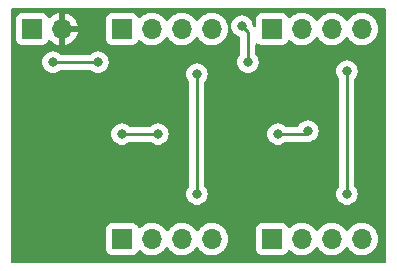
<source format=gbr>
%TF.GenerationSoftware,KiCad,Pcbnew,(6.0.0-0)*%
%TF.CreationDate,2022-07-05T22:52:52-04:00*%
%TF.ProjectId,IO-VGA-nand-gates,494f2d56-4741-42d6-9e61-6e642d676174,rev?*%
%TF.SameCoordinates,Original*%
%TF.FileFunction,Copper,L2,Bot*%
%TF.FilePolarity,Positive*%
%FSLAX46Y46*%
G04 Gerber Fmt 4.6, Leading zero omitted, Abs format (unit mm)*
G04 Created by KiCad (PCBNEW (6.0.0-0)) date 2022-07-05 22:52:52*
%MOMM*%
%LPD*%
G01*
G04 APERTURE LIST*
%TA.AperFunction,ComponentPad*%
%ADD10R,1.700000X1.700000*%
%TD*%
%TA.AperFunction,ComponentPad*%
%ADD11O,1.700000X1.700000*%
%TD*%
%TA.AperFunction,ViaPad*%
%ADD12C,0.800000*%
%TD*%
%TA.AperFunction,Conductor*%
%ADD13C,0.250000*%
%TD*%
G04 APERTURE END LIST*
D10*
%TO.P,J5,1,Pin_1*%
%TO.N,/~{Q0}*%
X137414000Y-83312000D03*
D11*
%TO.P,J5,2,Pin_2*%
%TO.N,/Q0*%
X139954000Y-83312000D03*
%TO.P,J5,3,Pin_3*%
%TO.N,/~{Q1}*%
X142494000Y-83312000D03*
%TO.P,J5,4,Pin_4*%
%TO.N,/Q1*%
X145034000Y-83312000D03*
%TD*%
D10*
%TO.P,J2,1,Pin_1*%
%TO.N,VCC*%
X129794000Y-83312000D03*
D11*
%TO.P,J2,2,Pin_2*%
%TO.N,GND*%
X132334000Y-83312000D03*
%TD*%
D10*
%TO.P,J4,1,Pin_1*%
%TO.N,/~{Q2}*%
X150114000Y-83312000D03*
D11*
%TO.P,J4,2,Pin_2*%
%TO.N,/Q2*%
X152654000Y-83312000D03*
%TO.P,J4,3,Pin_3*%
%TO.N,/~{Q3}*%
X155194000Y-83312000D03*
%TO.P,J4,4,Pin_4*%
%TO.N,/Q3*%
X157734000Y-83312000D03*
%TD*%
D10*
%TO.P,J3,1,Pin_1*%
%TO.N,/~{S2}*%
X150114000Y-101092000D03*
D11*
%TO.P,J3,2,Pin_2*%
%TO.N,/~{R2}*%
X152654000Y-101092000D03*
%TO.P,J3,3,Pin_3*%
%TO.N,/~{S3}*%
X155194000Y-101092000D03*
%TO.P,J3,4,Pin_4*%
%TO.N,/~{R3}*%
X157734000Y-101092000D03*
%TD*%
D10*
%TO.P,J1,1,Pin_1*%
%TO.N,/~{S0}*%
X137434000Y-101092000D03*
D11*
%TO.P,J1,2,Pin_2*%
%TO.N,/~{R0}*%
X139974000Y-101092000D03*
%TO.P,J1,3,Pin_3*%
%TO.N,/~{S1}*%
X142514000Y-101092000D03*
%TO.P,J1,4,Pin_4*%
%TO.N,/~{R1}*%
X145054000Y-101092000D03*
%TD*%
D12*
%TO.N,VCC*%
X148082000Y-86106000D03*
X147574000Y-83058000D03*
X131572000Y-86106000D03*
X135382000Y-86106000D03*
%TO.N,/~{Q0}*%
X140461999Y-92202001D03*
X137414000Y-92202000D03*
%TO.N,/~{S1}*%
X143764000Y-97282000D03*
X143764000Y-87122000D03*
%TO.N,GND*%
X135386299Y-90673701D03*
X145034000Y-96012000D03*
X148082000Y-90678000D03*
%TO.N,/~{Q2}*%
X153162000Y-91948000D03*
X150622000Y-92202000D03*
%TO.N,GND*%
X157734000Y-96012000D03*
%TO.N,/~{S3}*%
X156464000Y-86868000D03*
X156464000Y-97282000D03*
%TD*%
D13*
%TO.N,VCC*%
X148082000Y-86106000D02*
X148082000Y-83566000D01*
X148082000Y-83566000D02*
X147574000Y-83058000D01*
X135382000Y-86106000D02*
X131572000Y-86106000D01*
%TO.N,/~{Q0}*%
X137414000Y-92202000D02*
X140461999Y-92202001D01*
%TO.N,/~{S1}*%
X143764000Y-97282000D02*
X143764000Y-87122000D01*
%TO.N,/~{Q2}*%
X152908000Y-92202000D02*
X150622000Y-92202000D01*
X153162000Y-91948000D02*
X152908000Y-92202000D01*
%TO.N,/~{S3}*%
X156464000Y-97282000D02*
X156464000Y-86868000D01*
%TD*%
%TA.AperFunction,Conductor*%
%TO.N,GND*%
G36*
X159708121Y-81554002D02*
G01*
X159754614Y-81607658D01*
X159766000Y-81660000D01*
X159766000Y-102998000D01*
X159745998Y-103066121D01*
X159692342Y-103112614D01*
X159640000Y-103124000D01*
X128142000Y-103124000D01*
X128073879Y-103103998D01*
X128027386Y-103050342D01*
X128016000Y-102998000D01*
X128016000Y-101990134D01*
X136075500Y-101990134D01*
X136082255Y-102052316D01*
X136133385Y-102188705D01*
X136220739Y-102305261D01*
X136337295Y-102392615D01*
X136473684Y-102443745D01*
X136535866Y-102450500D01*
X138332134Y-102450500D01*
X138394316Y-102443745D01*
X138530705Y-102392615D01*
X138647261Y-102305261D01*
X138734615Y-102188705D01*
X138756799Y-102129529D01*
X138778598Y-102071382D01*
X138821240Y-102014618D01*
X138887802Y-101989918D01*
X138957150Y-102005126D01*
X138991817Y-102033114D01*
X139020250Y-102065938D01*
X139192126Y-102208632D01*
X139385000Y-102321338D01*
X139593692Y-102401030D01*
X139598760Y-102402061D01*
X139598763Y-102402062D01*
X139706017Y-102423883D01*
X139812597Y-102445567D01*
X139817772Y-102445757D01*
X139817774Y-102445757D01*
X140030673Y-102453564D01*
X140030677Y-102453564D01*
X140035837Y-102453753D01*
X140040957Y-102453097D01*
X140040959Y-102453097D01*
X140252288Y-102426025D01*
X140252289Y-102426025D01*
X140257416Y-102425368D01*
X140262366Y-102423883D01*
X140466429Y-102362661D01*
X140466434Y-102362659D01*
X140471384Y-102361174D01*
X140671994Y-102262896D01*
X140853860Y-102133173D01*
X141012096Y-101975489D01*
X141142453Y-101794077D01*
X141143776Y-101795028D01*
X141190645Y-101751857D01*
X141260580Y-101739625D01*
X141326026Y-101767144D01*
X141353875Y-101798994D01*
X141413987Y-101897088D01*
X141560250Y-102065938D01*
X141732126Y-102208632D01*
X141925000Y-102321338D01*
X142133692Y-102401030D01*
X142138760Y-102402061D01*
X142138763Y-102402062D01*
X142246017Y-102423883D01*
X142352597Y-102445567D01*
X142357772Y-102445757D01*
X142357774Y-102445757D01*
X142570673Y-102453564D01*
X142570677Y-102453564D01*
X142575837Y-102453753D01*
X142580957Y-102453097D01*
X142580959Y-102453097D01*
X142792288Y-102426025D01*
X142792289Y-102426025D01*
X142797416Y-102425368D01*
X142802366Y-102423883D01*
X143006429Y-102362661D01*
X143006434Y-102362659D01*
X143011384Y-102361174D01*
X143211994Y-102262896D01*
X143393860Y-102133173D01*
X143552096Y-101975489D01*
X143682453Y-101794077D01*
X143683776Y-101795028D01*
X143730645Y-101751857D01*
X143800580Y-101739625D01*
X143866026Y-101767144D01*
X143893875Y-101798994D01*
X143953987Y-101897088D01*
X144100250Y-102065938D01*
X144272126Y-102208632D01*
X144465000Y-102321338D01*
X144673692Y-102401030D01*
X144678760Y-102402061D01*
X144678763Y-102402062D01*
X144786017Y-102423883D01*
X144892597Y-102445567D01*
X144897772Y-102445757D01*
X144897774Y-102445757D01*
X145110673Y-102453564D01*
X145110677Y-102453564D01*
X145115837Y-102453753D01*
X145120957Y-102453097D01*
X145120959Y-102453097D01*
X145332288Y-102426025D01*
X145332289Y-102426025D01*
X145337416Y-102425368D01*
X145342366Y-102423883D01*
X145546429Y-102362661D01*
X145546434Y-102362659D01*
X145551384Y-102361174D01*
X145751994Y-102262896D01*
X145933860Y-102133173D01*
X146077400Y-101990134D01*
X148755500Y-101990134D01*
X148762255Y-102052316D01*
X148813385Y-102188705D01*
X148900739Y-102305261D01*
X149017295Y-102392615D01*
X149153684Y-102443745D01*
X149215866Y-102450500D01*
X151012134Y-102450500D01*
X151074316Y-102443745D01*
X151210705Y-102392615D01*
X151327261Y-102305261D01*
X151414615Y-102188705D01*
X151436799Y-102129529D01*
X151458598Y-102071382D01*
X151501240Y-102014618D01*
X151567802Y-101989918D01*
X151637150Y-102005126D01*
X151671817Y-102033114D01*
X151700250Y-102065938D01*
X151872126Y-102208632D01*
X152065000Y-102321338D01*
X152273692Y-102401030D01*
X152278760Y-102402061D01*
X152278763Y-102402062D01*
X152386017Y-102423883D01*
X152492597Y-102445567D01*
X152497772Y-102445757D01*
X152497774Y-102445757D01*
X152710673Y-102453564D01*
X152710677Y-102453564D01*
X152715837Y-102453753D01*
X152720957Y-102453097D01*
X152720959Y-102453097D01*
X152932288Y-102426025D01*
X152932289Y-102426025D01*
X152937416Y-102425368D01*
X152942366Y-102423883D01*
X153146429Y-102362661D01*
X153146434Y-102362659D01*
X153151384Y-102361174D01*
X153351994Y-102262896D01*
X153533860Y-102133173D01*
X153692096Y-101975489D01*
X153822453Y-101794077D01*
X153823776Y-101795028D01*
X153870645Y-101751857D01*
X153940580Y-101739625D01*
X154006026Y-101767144D01*
X154033875Y-101798994D01*
X154093987Y-101897088D01*
X154240250Y-102065938D01*
X154412126Y-102208632D01*
X154605000Y-102321338D01*
X154813692Y-102401030D01*
X154818760Y-102402061D01*
X154818763Y-102402062D01*
X154926017Y-102423883D01*
X155032597Y-102445567D01*
X155037772Y-102445757D01*
X155037774Y-102445757D01*
X155250673Y-102453564D01*
X155250677Y-102453564D01*
X155255837Y-102453753D01*
X155260957Y-102453097D01*
X155260959Y-102453097D01*
X155472288Y-102426025D01*
X155472289Y-102426025D01*
X155477416Y-102425368D01*
X155482366Y-102423883D01*
X155686429Y-102362661D01*
X155686434Y-102362659D01*
X155691384Y-102361174D01*
X155891994Y-102262896D01*
X156073860Y-102133173D01*
X156232096Y-101975489D01*
X156362453Y-101794077D01*
X156363776Y-101795028D01*
X156410645Y-101751857D01*
X156480580Y-101739625D01*
X156546026Y-101767144D01*
X156573875Y-101798994D01*
X156633987Y-101897088D01*
X156780250Y-102065938D01*
X156952126Y-102208632D01*
X157145000Y-102321338D01*
X157353692Y-102401030D01*
X157358760Y-102402061D01*
X157358763Y-102402062D01*
X157466017Y-102423883D01*
X157572597Y-102445567D01*
X157577772Y-102445757D01*
X157577774Y-102445757D01*
X157790673Y-102453564D01*
X157790677Y-102453564D01*
X157795837Y-102453753D01*
X157800957Y-102453097D01*
X157800959Y-102453097D01*
X158012288Y-102426025D01*
X158012289Y-102426025D01*
X158017416Y-102425368D01*
X158022366Y-102423883D01*
X158226429Y-102362661D01*
X158226434Y-102362659D01*
X158231384Y-102361174D01*
X158431994Y-102262896D01*
X158613860Y-102133173D01*
X158772096Y-101975489D01*
X158902453Y-101794077D01*
X158923320Y-101751857D01*
X158999136Y-101598453D01*
X158999137Y-101598451D01*
X159001430Y-101593811D01*
X159066370Y-101380069D01*
X159095529Y-101158590D01*
X159097156Y-101092000D01*
X159078852Y-100869361D01*
X159024431Y-100652702D01*
X158935354Y-100447840D01*
X158814014Y-100260277D01*
X158663670Y-100095051D01*
X158659619Y-100091852D01*
X158659615Y-100091848D01*
X158492414Y-99959800D01*
X158492410Y-99959798D01*
X158488359Y-99956598D01*
X158292789Y-99848638D01*
X158287920Y-99846914D01*
X158287916Y-99846912D01*
X158087087Y-99775795D01*
X158087083Y-99775794D01*
X158082212Y-99774069D01*
X158077119Y-99773162D01*
X158077116Y-99773161D01*
X157867373Y-99735800D01*
X157867367Y-99735799D01*
X157862284Y-99734894D01*
X157788452Y-99733992D01*
X157644081Y-99732228D01*
X157644079Y-99732228D01*
X157638911Y-99732165D01*
X157418091Y-99765955D01*
X157205756Y-99835357D01*
X157007607Y-99938507D01*
X157003474Y-99941610D01*
X157003471Y-99941612D01*
X156833100Y-100069530D01*
X156828965Y-100072635D01*
X156825393Y-100076373D01*
X156717729Y-100189037D01*
X156674629Y-100234138D01*
X156567201Y-100391621D01*
X156512293Y-100436621D01*
X156441768Y-100444792D01*
X156378021Y-100413538D01*
X156357324Y-100389054D01*
X156276822Y-100264617D01*
X156276820Y-100264614D01*
X156274014Y-100260277D01*
X156123670Y-100095051D01*
X156119619Y-100091852D01*
X156119615Y-100091848D01*
X155952414Y-99959800D01*
X155952410Y-99959798D01*
X155948359Y-99956598D01*
X155752789Y-99848638D01*
X155747920Y-99846914D01*
X155747916Y-99846912D01*
X155547087Y-99775795D01*
X155547083Y-99775794D01*
X155542212Y-99774069D01*
X155537119Y-99773162D01*
X155537116Y-99773161D01*
X155327373Y-99735800D01*
X155327367Y-99735799D01*
X155322284Y-99734894D01*
X155248452Y-99733992D01*
X155104081Y-99732228D01*
X155104079Y-99732228D01*
X155098911Y-99732165D01*
X154878091Y-99765955D01*
X154665756Y-99835357D01*
X154467607Y-99938507D01*
X154463474Y-99941610D01*
X154463471Y-99941612D01*
X154293100Y-100069530D01*
X154288965Y-100072635D01*
X154285393Y-100076373D01*
X154177729Y-100189037D01*
X154134629Y-100234138D01*
X154027201Y-100391621D01*
X153972293Y-100436621D01*
X153901768Y-100444792D01*
X153838021Y-100413538D01*
X153817324Y-100389054D01*
X153736822Y-100264617D01*
X153736820Y-100264614D01*
X153734014Y-100260277D01*
X153583670Y-100095051D01*
X153579619Y-100091852D01*
X153579615Y-100091848D01*
X153412414Y-99959800D01*
X153412410Y-99959798D01*
X153408359Y-99956598D01*
X153212789Y-99848638D01*
X153207920Y-99846914D01*
X153207916Y-99846912D01*
X153007087Y-99775795D01*
X153007083Y-99775794D01*
X153002212Y-99774069D01*
X152997119Y-99773162D01*
X152997116Y-99773161D01*
X152787373Y-99735800D01*
X152787367Y-99735799D01*
X152782284Y-99734894D01*
X152708452Y-99733992D01*
X152564081Y-99732228D01*
X152564079Y-99732228D01*
X152558911Y-99732165D01*
X152338091Y-99765955D01*
X152125756Y-99835357D01*
X151927607Y-99938507D01*
X151923474Y-99941610D01*
X151923471Y-99941612D01*
X151753100Y-100069530D01*
X151748965Y-100072635D01*
X151692537Y-100131684D01*
X151668283Y-100157064D01*
X151606759Y-100192494D01*
X151535846Y-100189037D01*
X151478060Y-100147791D01*
X151459207Y-100114243D01*
X151417767Y-100003703D01*
X151414615Y-99995295D01*
X151327261Y-99878739D01*
X151210705Y-99791385D01*
X151074316Y-99740255D01*
X151012134Y-99733500D01*
X149215866Y-99733500D01*
X149153684Y-99740255D01*
X149017295Y-99791385D01*
X148900739Y-99878739D01*
X148813385Y-99995295D01*
X148762255Y-100131684D01*
X148755500Y-100193866D01*
X148755500Y-101990134D01*
X146077400Y-101990134D01*
X146092096Y-101975489D01*
X146222453Y-101794077D01*
X146243320Y-101751857D01*
X146319136Y-101598453D01*
X146319137Y-101598451D01*
X146321430Y-101593811D01*
X146386370Y-101380069D01*
X146415529Y-101158590D01*
X146417156Y-101092000D01*
X146398852Y-100869361D01*
X146344431Y-100652702D01*
X146255354Y-100447840D01*
X146134014Y-100260277D01*
X145983670Y-100095051D01*
X145979619Y-100091852D01*
X145979615Y-100091848D01*
X145812414Y-99959800D01*
X145812410Y-99959798D01*
X145808359Y-99956598D01*
X145612789Y-99848638D01*
X145607920Y-99846914D01*
X145607916Y-99846912D01*
X145407087Y-99775795D01*
X145407083Y-99775794D01*
X145402212Y-99774069D01*
X145397119Y-99773162D01*
X145397116Y-99773161D01*
X145187373Y-99735800D01*
X145187367Y-99735799D01*
X145182284Y-99734894D01*
X145108452Y-99733992D01*
X144964081Y-99732228D01*
X144964079Y-99732228D01*
X144958911Y-99732165D01*
X144738091Y-99765955D01*
X144525756Y-99835357D01*
X144327607Y-99938507D01*
X144323474Y-99941610D01*
X144323471Y-99941612D01*
X144153100Y-100069530D01*
X144148965Y-100072635D01*
X144145393Y-100076373D01*
X144037729Y-100189037D01*
X143994629Y-100234138D01*
X143887201Y-100391621D01*
X143832293Y-100436621D01*
X143761768Y-100444792D01*
X143698021Y-100413538D01*
X143677324Y-100389054D01*
X143596822Y-100264617D01*
X143596820Y-100264614D01*
X143594014Y-100260277D01*
X143443670Y-100095051D01*
X143439619Y-100091852D01*
X143439615Y-100091848D01*
X143272414Y-99959800D01*
X143272410Y-99959798D01*
X143268359Y-99956598D01*
X143072789Y-99848638D01*
X143067920Y-99846914D01*
X143067916Y-99846912D01*
X142867087Y-99775795D01*
X142867083Y-99775794D01*
X142862212Y-99774069D01*
X142857119Y-99773162D01*
X142857116Y-99773161D01*
X142647373Y-99735800D01*
X142647367Y-99735799D01*
X142642284Y-99734894D01*
X142568452Y-99733992D01*
X142424081Y-99732228D01*
X142424079Y-99732228D01*
X142418911Y-99732165D01*
X142198091Y-99765955D01*
X141985756Y-99835357D01*
X141787607Y-99938507D01*
X141783474Y-99941610D01*
X141783471Y-99941612D01*
X141613100Y-100069530D01*
X141608965Y-100072635D01*
X141605393Y-100076373D01*
X141497729Y-100189037D01*
X141454629Y-100234138D01*
X141347201Y-100391621D01*
X141292293Y-100436621D01*
X141221768Y-100444792D01*
X141158021Y-100413538D01*
X141137324Y-100389054D01*
X141056822Y-100264617D01*
X141056820Y-100264614D01*
X141054014Y-100260277D01*
X140903670Y-100095051D01*
X140899619Y-100091852D01*
X140899615Y-100091848D01*
X140732414Y-99959800D01*
X140732410Y-99959798D01*
X140728359Y-99956598D01*
X140532789Y-99848638D01*
X140527920Y-99846914D01*
X140527916Y-99846912D01*
X140327087Y-99775795D01*
X140327083Y-99775794D01*
X140322212Y-99774069D01*
X140317119Y-99773162D01*
X140317116Y-99773161D01*
X140107373Y-99735800D01*
X140107367Y-99735799D01*
X140102284Y-99734894D01*
X140028452Y-99733992D01*
X139884081Y-99732228D01*
X139884079Y-99732228D01*
X139878911Y-99732165D01*
X139658091Y-99765955D01*
X139445756Y-99835357D01*
X139247607Y-99938507D01*
X139243474Y-99941610D01*
X139243471Y-99941612D01*
X139073100Y-100069530D01*
X139068965Y-100072635D01*
X139012537Y-100131684D01*
X138988283Y-100157064D01*
X138926759Y-100192494D01*
X138855846Y-100189037D01*
X138798060Y-100147791D01*
X138779207Y-100114243D01*
X138737767Y-100003703D01*
X138734615Y-99995295D01*
X138647261Y-99878739D01*
X138530705Y-99791385D01*
X138394316Y-99740255D01*
X138332134Y-99733500D01*
X136535866Y-99733500D01*
X136473684Y-99740255D01*
X136337295Y-99791385D01*
X136220739Y-99878739D01*
X136133385Y-99995295D01*
X136082255Y-100131684D01*
X136075500Y-100193866D01*
X136075500Y-101990134D01*
X128016000Y-101990134D01*
X128016000Y-97282000D01*
X142850496Y-97282000D01*
X142870458Y-97471928D01*
X142929473Y-97653556D01*
X143024960Y-97818944D01*
X143152747Y-97960866D01*
X143307248Y-98073118D01*
X143313276Y-98075802D01*
X143313278Y-98075803D01*
X143475681Y-98148109D01*
X143481712Y-98150794D01*
X143575113Y-98170647D01*
X143662056Y-98189128D01*
X143662061Y-98189128D01*
X143668513Y-98190500D01*
X143859487Y-98190500D01*
X143865939Y-98189128D01*
X143865944Y-98189128D01*
X143952887Y-98170647D01*
X144046288Y-98150794D01*
X144052319Y-98148109D01*
X144214722Y-98075803D01*
X144214724Y-98075802D01*
X144220752Y-98073118D01*
X144375253Y-97960866D01*
X144503040Y-97818944D01*
X144598527Y-97653556D01*
X144657542Y-97471928D01*
X144677504Y-97282000D01*
X155550496Y-97282000D01*
X155570458Y-97471928D01*
X155629473Y-97653556D01*
X155724960Y-97818944D01*
X155852747Y-97960866D01*
X156007248Y-98073118D01*
X156013276Y-98075802D01*
X156013278Y-98075803D01*
X156175681Y-98148109D01*
X156181712Y-98150794D01*
X156275113Y-98170647D01*
X156362056Y-98189128D01*
X156362061Y-98189128D01*
X156368513Y-98190500D01*
X156559487Y-98190500D01*
X156565939Y-98189128D01*
X156565944Y-98189128D01*
X156652887Y-98170647D01*
X156746288Y-98150794D01*
X156752319Y-98148109D01*
X156914722Y-98075803D01*
X156914724Y-98075802D01*
X156920752Y-98073118D01*
X157075253Y-97960866D01*
X157203040Y-97818944D01*
X157298527Y-97653556D01*
X157357542Y-97471928D01*
X157377504Y-97282000D01*
X157357542Y-97092072D01*
X157298527Y-96910444D01*
X157203040Y-96745056D01*
X157129863Y-96663785D01*
X157099147Y-96599779D01*
X157097500Y-96579476D01*
X157097500Y-87570524D01*
X157117502Y-87502403D01*
X157129858Y-87486221D01*
X157203040Y-87404944D01*
X157298527Y-87239556D01*
X157357542Y-87057928D01*
X157362107Y-87014500D01*
X157376814Y-86874565D01*
X157377504Y-86868000D01*
X157376814Y-86861435D01*
X157358232Y-86684635D01*
X157358232Y-86684633D01*
X157357542Y-86678072D01*
X157298527Y-86496444D01*
X157203040Y-86331056D01*
X157177064Y-86302206D01*
X157079675Y-86194045D01*
X157079674Y-86194044D01*
X157075253Y-86189134D01*
X156960829Y-86106000D01*
X156926094Y-86080763D01*
X156926093Y-86080762D01*
X156920752Y-86076882D01*
X156914724Y-86074198D01*
X156914722Y-86074197D01*
X156752319Y-86001891D01*
X156752318Y-86001891D01*
X156746288Y-85999206D01*
X156652888Y-85979353D01*
X156565944Y-85960872D01*
X156565939Y-85960872D01*
X156559487Y-85959500D01*
X156368513Y-85959500D01*
X156362061Y-85960872D01*
X156362056Y-85960872D01*
X156275112Y-85979353D01*
X156181712Y-85999206D01*
X156175682Y-86001891D01*
X156175681Y-86001891D01*
X156013278Y-86074197D01*
X156013276Y-86074198D01*
X156007248Y-86076882D01*
X156001907Y-86080762D01*
X156001906Y-86080763D01*
X155967171Y-86106000D01*
X155852747Y-86189134D01*
X155848326Y-86194044D01*
X155848325Y-86194045D01*
X155750937Y-86302206D01*
X155724960Y-86331056D01*
X155629473Y-86496444D01*
X155570458Y-86678072D01*
X155569768Y-86684633D01*
X155569768Y-86684635D01*
X155551186Y-86861435D01*
X155550496Y-86868000D01*
X155551186Y-86874565D01*
X155565894Y-87014500D01*
X155570458Y-87057928D01*
X155629473Y-87239556D01*
X155724960Y-87404944D01*
X155798137Y-87486215D01*
X155828853Y-87550221D01*
X155830500Y-87570524D01*
X155830500Y-96579476D01*
X155810498Y-96647597D01*
X155798142Y-96663779D01*
X155724960Y-96745056D01*
X155629473Y-96910444D01*
X155570458Y-97092072D01*
X155550496Y-97282000D01*
X144677504Y-97282000D01*
X144657542Y-97092072D01*
X144598527Y-96910444D01*
X144503040Y-96745056D01*
X144429863Y-96663785D01*
X144399147Y-96599779D01*
X144397500Y-96579476D01*
X144397500Y-92202000D01*
X149708496Y-92202000D01*
X149728458Y-92391928D01*
X149787473Y-92573556D01*
X149882960Y-92738944D01*
X149887378Y-92743851D01*
X149887379Y-92743852D01*
X150003474Y-92872789D01*
X150010747Y-92880866D01*
X150165248Y-92993118D01*
X150171276Y-92995802D01*
X150171278Y-92995803D01*
X150333681Y-93068109D01*
X150339712Y-93070794D01*
X150433113Y-93090647D01*
X150520056Y-93109128D01*
X150520061Y-93109128D01*
X150526513Y-93110500D01*
X150717487Y-93110500D01*
X150723939Y-93109128D01*
X150723944Y-93109128D01*
X150810888Y-93090647D01*
X150904288Y-93070794D01*
X150910319Y-93068109D01*
X151072722Y-92995803D01*
X151072724Y-92995802D01*
X151078752Y-92993118D01*
X151233253Y-92880866D01*
X151237668Y-92875963D01*
X151242580Y-92871540D01*
X151243705Y-92872789D01*
X151297014Y-92839949D01*
X151330200Y-92835500D01*
X152829233Y-92835500D01*
X152840416Y-92836027D01*
X152847909Y-92837702D01*
X152855835Y-92837453D01*
X152855836Y-92837453D01*
X152915986Y-92835562D01*
X152919945Y-92835500D01*
X152947856Y-92835500D01*
X152947856Y-92835632D01*
X152979158Y-92837932D01*
X153066513Y-92856500D01*
X153257487Y-92856500D01*
X153263939Y-92855128D01*
X153263944Y-92855128D01*
X153362696Y-92834137D01*
X153444288Y-92816794D01*
X153450319Y-92814109D01*
X153612722Y-92741803D01*
X153612724Y-92741802D01*
X153618752Y-92739118D01*
X153626861Y-92733227D01*
X153674157Y-92698864D01*
X153773253Y-92626866D01*
X153816100Y-92579280D01*
X153896621Y-92489852D01*
X153896622Y-92489851D01*
X153901040Y-92484944D01*
X153996527Y-92319556D01*
X154055542Y-92137928D01*
X154075504Y-91948000D01*
X154055542Y-91758072D01*
X153996527Y-91576444D01*
X153989373Y-91564052D01*
X153904341Y-91416774D01*
X153901040Y-91411056D01*
X153796429Y-91294873D01*
X153777675Y-91274045D01*
X153777674Y-91274044D01*
X153773253Y-91269134D01*
X153618752Y-91156882D01*
X153612724Y-91154198D01*
X153612722Y-91154197D01*
X153450319Y-91081891D01*
X153450318Y-91081891D01*
X153444288Y-91079206D01*
X153350887Y-91059353D01*
X153263944Y-91040872D01*
X153263939Y-91040872D01*
X153257487Y-91039500D01*
X153066513Y-91039500D01*
X153060061Y-91040872D01*
X153060056Y-91040872D01*
X152973113Y-91059353D01*
X152879712Y-91079206D01*
X152873682Y-91081891D01*
X152873681Y-91081891D01*
X152711278Y-91154197D01*
X152711276Y-91154198D01*
X152705248Y-91156882D01*
X152550747Y-91269134D01*
X152546326Y-91274044D01*
X152546325Y-91274045D01*
X152527572Y-91294873D01*
X152422960Y-91411056D01*
X152419659Y-91416774D01*
X152368432Y-91505501D01*
X152317049Y-91554494D01*
X152259313Y-91568500D01*
X151330200Y-91568500D01*
X151262079Y-91548498D01*
X151242853Y-91532157D01*
X151242580Y-91532460D01*
X151237668Y-91528037D01*
X151233253Y-91523134D01*
X151086862Y-91416774D01*
X151084094Y-91414763D01*
X151084093Y-91414762D01*
X151078752Y-91410882D01*
X151072724Y-91408198D01*
X151072722Y-91408197D01*
X150910319Y-91335891D01*
X150910318Y-91335891D01*
X150904288Y-91333206D01*
X150810888Y-91313353D01*
X150723944Y-91294872D01*
X150723939Y-91294872D01*
X150717487Y-91293500D01*
X150526513Y-91293500D01*
X150520061Y-91294872D01*
X150520056Y-91294872D01*
X150433113Y-91313353D01*
X150339712Y-91333206D01*
X150333682Y-91335891D01*
X150333681Y-91335891D01*
X150171278Y-91408197D01*
X150171276Y-91408198D01*
X150165248Y-91410882D01*
X150159907Y-91414762D01*
X150159906Y-91414763D01*
X150157138Y-91416774D01*
X150010747Y-91523134D01*
X150006326Y-91528044D01*
X150006325Y-91528045D01*
X149962747Y-91576444D01*
X149882960Y-91665056D01*
X149787473Y-91830444D01*
X149728458Y-92012072D01*
X149708496Y-92202000D01*
X144397500Y-92202000D01*
X144397500Y-87824524D01*
X144417502Y-87756403D01*
X144429858Y-87740221D01*
X144503040Y-87658944D01*
X144598527Y-87493556D01*
X144657542Y-87311928D01*
X144677504Y-87122000D01*
X144670080Y-87051365D01*
X144658232Y-86938635D01*
X144658232Y-86938633D01*
X144657542Y-86932072D01*
X144598527Y-86750444D01*
X144592209Y-86739500D01*
X144506341Y-86590774D01*
X144503040Y-86585056D01*
X144423254Y-86496444D01*
X144379675Y-86448045D01*
X144379674Y-86448044D01*
X144375253Y-86443134D01*
X144220752Y-86330882D01*
X144214724Y-86328198D01*
X144214722Y-86328197D01*
X144052319Y-86255891D01*
X144052318Y-86255891D01*
X144046288Y-86253206D01*
X143952887Y-86233353D01*
X143865944Y-86214872D01*
X143865939Y-86214872D01*
X143859487Y-86213500D01*
X143668513Y-86213500D01*
X143662061Y-86214872D01*
X143662056Y-86214872D01*
X143575112Y-86233353D01*
X143481712Y-86253206D01*
X143475682Y-86255891D01*
X143475681Y-86255891D01*
X143313278Y-86328197D01*
X143313276Y-86328198D01*
X143307248Y-86330882D01*
X143152747Y-86443134D01*
X143148326Y-86448044D01*
X143148325Y-86448045D01*
X143104747Y-86496444D01*
X143024960Y-86585056D01*
X143021659Y-86590774D01*
X142935792Y-86739500D01*
X142929473Y-86750444D01*
X142870458Y-86932072D01*
X142869768Y-86938633D01*
X142869768Y-86938635D01*
X142857920Y-87051365D01*
X142850496Y-87122000D01*
X142870458Y-87311928D01*
X142929473Y-87493556D01*
X143024960Y-87658944D01*
X143098137Y-87740215D01*
X143128853Y-87804221D01*
X143130500Y-87824524D01*
X143130500Y-96579476D01*
X143110498Y-96647597D01*
X143098142Y-96663779D01*
X143024960Y-96745056D01*
X142929473Y-96910444D01*
X142870458Y-97092072D01*
X142850496Y-97282000D01*
X128016000Y-97282000D01*
X128016000Y-92202000D01*
X136500496Y-92202000D01*
X136520458Y-92391928D01*
X136579473Y-92573556D01*
X136674960Y-92738944D01*
X136679378Y-92743851D01*
X136679379Y-92743852D01*
X136795474Y-92872789D01*
X136802747Y-92880866D01*
X136957248Y-92993118D01*
X136963276Y-92995802D01*
X136963278Y-92995803D01*
X137125681Y-93068109D01*
X137131712Y-93070794D01*
X137225113Y-93090647D01*
X137312056Y-93109128D01*
X137312061Y-93109128D01*
X137318513Y-93110500D01*
X137509487Y-93110500D01*
X137515939Y-93109128D01*
X137515944Y-93109128D01*
X137602888Y-93090647D01*
X137696288Y-93070794D01*
X137702319Y-93068109D01*
X137864722Y-92995803D01*
X137864724Y-92995802D01*
X137870752Y-92993118D01*
X137876094Y-92989237D01*
X138019909Y-92884749D01*
X138019911Y-92884747D01*
X138025253Y-92880866D01*
X138029674Y-92875956D01*
X138034580Y-92871539D01*
X138035706Y-92872789D01*
X138089012Y-92839949D01*
X138122200Y-92835500D01*
X138938007Y-92835501D01*
X139753799Y-92835501D01*
X139821920Y-92855503D01*
X139841146Y-92871844D01*
X139841419Y-92871541D01*
X139846331Y-92875964D01*
X139850746Y-92880867D01*
X140005247Y-92993119D01*
X140011275Y-92995803D01*
X140011277Y-92995804D01*
X140173678Y-93068109D01*
X140179711Y-93070795D01*
X140273112Y-93090648D01*
X140360055Y-93109129D01*
X140360060Y-93109129D01*
X140366512Y-93110501D01*
X140557486Y-93110501D01*
X140563938Y-93109129D01*
X140563943Y-93109129D01*
X140650886Y-93090648D01*
X140744287Y-93070795D01*
X140750320Y-93068109D01*
X140912721Y-92995804D01*
X140912723Y-92995803D01*
X140918751Y-92993119D01*
X141073252Y-92880867D01*
X141077675Y-92875955D01*
X141196620Y-92743853D01*
X141196621Y-92743852D01*
X141201039Y-92738945D01*
X141296526Y-92573557D01*
X141355541Y-92391929D01*
X141375503Y-92202001D01*
X141355541Y-92012073D01*
X141296526Y-91830445D01*
X141201039Y-91665057D01*
X141081376Y-91532157D01*
X141077674Y-91528046D01*
X141077673Y-91528045D01*
X141073252Y-91523135D01*
X140974156Y-91451137D01*
X140924093Y-91414764D01*
X140924092Y-91414763D01*
X140918751Y-91410883D01*
X140912723Y-91408199D01*
X140912721Y-91408198D01*
X140750318Y-91335892D01*
X140750315Y-91335891D01*
X140744287Y-91333207D01*
X140650887Y-91313354D01*
X140563943Y-91294873D01*
X140563938Y-91294873D01*
X140557486Y-91293501D01*
X140366512Y-91293501D01*
X140360060Y-91294873D01*
X140360055Y-91294873D01*
X140273111Y-91313354D01*
X140179711Y-91333207D01*
X140173683Y-91335891D01*
X140173680Y-91335892D01*
X140011277Y-91408198D01*
X140011275Y-91408199D01*
X140005247Y-91410883D01*
X139999906Y-91414763D01*
X139999905Y-91414764D01*
X139856092Y-91519251D01*
X139850746Y-91523135D01*
X139846328Y-91528042D01*
X139841419Y-91532462D01*
X139840293Y-91531212D01*
X139786987Y-91564052D01*
X139753799Y-91568501D01*
X138937992Y-91568500D01*
X138122200Y-91568500D01*
X138054079Y-91548498D01*
X138034853Y-91532157D01*
X138034580Y-91532460D01*
X138029668Y-91528037D01*
X138025253Y-91523134D01*
X137878862Y-91416774D01*
X137876094Y-91414763D01*
X137876093Y-91414762D01*
X137870752Y-91410882D01*
X137864724Y-91408198D01*
X137864722Y-91408197D01*
X137702319Y-91335891D01*
X137702318Y-91335891D01*
X137696288Y-91333206D01*
X137602888Y-91313353D01*
X137515944Y-91294872D01*
X137515939Y-91294872D01*
X137509487Y-91293500D01*
X137318513Y-91293500D01*
X137312061Y-91294872D01*
X137312056Y-91294872D01*
X137225113Y-91313353D01*
X137131712Y-91333206D01*
X137125682Y-91335891D01*
X137125681Y-91335891D01*
X136963278Y-91408197D01*
X136963276Y-91408198D01*
X136957248Y-91410882D01*
X136951907Y-91414762D01*
X136951906Y-91414763D01*
X136949138Y-91416774D01*
X136802747Y-91523134D01*
X136798326Y-91528044D01*
X136798325Y-91528045D01*
X136754747Y-91576444D01*
X136674960Y-91665056D01*
X136579473Y-91830444D01*
X136520458Y-92012072D01*
X136500496Y-92202000D01*
X128016000Y-92202000D01*
X128016000Y-86106000D01*
X130658496Y-86106000D01*
X130659186Y-86112565D01*
X130673824Y-86251834D01*
X130678458Y-86295928D01*
X130737473Y-86477556D01*
X130832960Y-86642944D01*
X130837378Y-86647851D01*
X130837379Y-86647852D01*
X130864589Y-86678072D01*
X130960747Y-86784866D01*
X131059843Y-86856864D01*
X131084207Y-86874565D01*
X131115248Y-86897118D01*
X131121276Y-86899802D01*
X131121278Y-86899803D01*
X131193756Y-86932072D01*
X131289712Y-86974794D01*
X131383112Y-86994647D01*
X131470056Y-87013128D01*
X131470061Y-87013128D01*
X131476513Y-87014500D01*
X131667487Y-87014500D01*
X131673939Y-87013128D01*
X131673944Y-87013128D01*
X131760888Y-86994647D01*
X131854288Y-86974794D01*
X131950244Y-86932072D01*
X132022722Y-86899803D01*
X132022724Y-86899802D01*
X132028752Y-86897118D01*
X132059794Y-86874565D01*
X132161671Y-86800546D01*
X132183253Y-86784866D01*
X132187668Y-86779963D01*
X132192580Y-86775540D01*
X132193705Y-86776789D01*
X132247014Y-86743949D01*
X132280200Y-86739500D01*
X134673800Y-86739500D01*
X134741921Y-86759502D01*
X134761147Y-86775843D01*
X134761420Y-86775540D01*
X134766332Y-86779963D01*
X134770747Y-86784866D01*
X134792329Y-86800546D01*
X134894207Y-86874565D01*
X134925248Y-86897118D01*
X134931276Y-86899802D01*
X134931278Y-86899803D01*
X135003756Y-86932072D01*
X135099712Y-86974794D01*
X135193112Y-86994647D01*
X135280056Y-87013128D01*
X135280061Y-87013128D01*
X135286513Y-87014500D01*
X135477487Y-87014500D01*
X135483939Y-87013128D01*
X135483944Y-87013128D01*
X135570888Y-86994647D01*
X135664288Y-86974794D01*
X135760244Y-86932072D01*
X135832722Y-86899803D01*
X135832724Y-86899802D01*
X135838752Y-86897118D01*
X135869794Y-86874565D01*
X135894157Y-86856864D01*
X135993253Y-86784866D01*
X136089411Y-86678072D01*
X136116621Y-86647852D01*
X136116622Y-86647851D01*
X136121040Y-86642944D01*
X136216527Y-86477556D01*
X136275542Y-86295928D01*
X136280177Y-86251834D01*
X136294814Y-86112565D01*
X136295504Y-86106000D01*
X136284280Y-85999206D01*
X136276232Y-85922635D01*
X136276232Y-85922633D01*
X136275542Y-85916072D01*
X136216527Y-85734444D01*
X136121040Y-85569056D01*
X135993253Y-85427134D01*
X135838752Y-85314882D01*
X135832724Y-85312198D01*
X135832722Y-85312197D01*
X135670319Y-85239891D01*
X135670318Y-85239891D01*
X135664288Y-85237206D01*
X135570888Y-85217353D01*
X135483944Y-85198872D01*
X135483939Y-85198872D01*
X135477487Y-85197500D01*
X135286513Y-85197500D01*
X135280061Y-85198872D01*
X135280056Y-85198872D01*
X135193112Y-85217353D01*
X135099712Y-85237206D01*
X135093682Y-85239891D01*
X135093681Y-85239891D01*
X134931278Y-85312197D01*
X134931276Y-85312198D01*
X134925248Y-85314882D01*
X134770747Y-85427134D01*
X134766332Y-85432037D01*
X134761420Y-85436460D01*
X134760295Y-85435211D01*
X134706986Y-85468051D01*
X134673800Y-85472500D01*
X132280200Y-85472500D01*
X132212079Y-85452498D01*
X132192853Y-85436157D01*
X132192580Y-85436460D01*
X132187668Y-85432037D01*
X132183253Y-85427134D01*
X132028752Y-85314882D01*
X132022724Y-85312198D01*
X132022722Y-85312197D01*
X131860319Y-85239891D01*
X131860318Y-85239891D01*
X131854288Y-85237206D01*
X131760888Y-85217353D01*
X131673944Y-85198872D01*
X131673939Y-85198872D01*
X131667487Y-85197500D01*
X131476513Y-85197500D01*
X131470061Y-85198872D01*
X131470056Y-85198872D01*
X131383112Y-85217353D01*
X131289712Y-85237206D01*
X131283682Y-85239891D01*
X131283681Y-85239891D01*
X131121278Y-85312197D01*
X131121276Y-85312198D01*
X131115248Y-85314882D01*
X130960747Y-85427134D01*
X130832960Y-85569056D01*
X130737473Y-85734444D01*
X130678458Y-85916072D01*
X130677768Y-85922633D01*
X130677768Y-85922635D01*
X130669720Y-85999206D01*
X130658496Y-86106000D01*
X128016000Y-86106000D01*
X128016000Y-84210134D01*
X128435500Y-84210134D01*
X128442255Y-84272316D01*
X128493385Y-84408705D01*
X128580739Y-84525261D01*
X128697295Y-84612615D01*
X128833684Y-84663745D01*
X128895866Y-84670500D01*
X130692134Y-84670500D01*
X130754316Y-84663745D01*
X130890705Y-84612615D01*
X131007261Y-84525261D01*
X131094615Y-84408705D01*
X131116945Y-84349139D01*
X131138798Y-84290848D01*
X131181440Y-84234084D01*
X131248001Y-84209384D01*
X131317350Y-84224592D01*
X131352017Y-84252580D01*
X131377218Y-84281673D01*
X131384580Y-84288883D01*
X131548434Y-84424916D01*
X131556881Y-84430831D01*
X131740756Y-84538279D01*
X131750042Y-84542729D01*
X131949001Y-84618703D01*
X131958899Y-84621579D01*
X132062250Y-84642606D01*
X132076299Y-84641410D01*
X132080000Y-84631065D01*
X132080000Y-84630517D01*
X132588000Y-84630517D01*
X132592064Y-84644359D01*
X132605478Y-84646393D01*
X132612184Y-84645534D01*
X132622262Y-84643392D01*
X132826255Y-84582191D01*
X132835842Y-84578433D01*
X133027095Y-84484739D01*
X133035945Y-84479464D01*
X133209328Y-84355792D01*
X133217200Y-84349139D01*
X133356690Y-84210134D01*
X136055500Y-84210134D01*
X136062255Y-84272316D01*
X136113385Y-84408705D01*
X136200739Y-84525261D01*
X136317295Y-84612615D01*
X136453684Y-84663745D01*
X136515866Y-84670500D01*
X138312134Y-84670500D01*
X138374316Y-84663745D01*
X138510705Y-84612615D01*
X138627261Y-84525261D01*
X138714615Y-84408705D01*
X138736799Y-84349529D01*
X138758598Y-84291382D01*
X138801240Y-84234618D01*
X138867802Y-84209918D01*
X138937150Y-84225126D01*
X138971817Y-84253114D01*
X139000250Y-84285938D01*
X139172126Y-84428632D01*
X139365000Y-84541338D01*
X139573692Y-84621030D01*
X139578760Y-84622061D01*
X139578763Y-84622062D01*
X139658689Y-84638323D01*
X139792597Y-84665567D01*
X139797772Y-84665757D01*
X139797774Y-84665757D01*
X140010673Y-84673564D01*
X140010677Y-84673564D01*
X140015837Y-84673753D01*
X140020957Y-84673097D01*
X140020959Y-84673097D01*
X140232288Y-84646025D01*
X140232289Y-84646025D01*
X140237416Y-84645368D01*
X140242366Y-84643883D01*
X140446429Y-84582661D01*
X140446434Y-84582659D01*
X140451384Y-84581174D01*
X140651994Y-84482896D01*
X140833860Y-84353173D01*
X140992096Y-84195489D01*
X141122453Y-84014077D01*
X141123776Y-84015028D01*
X141170645Y-83971857D01*
X141240580Y-83959625D01*
X141306026Y-83987144D01*
X141333875Y-84018994D01*
X141393987Y-84117088D01*
X141540250Y-84285938D01*
X141712126Y-84428632D01*
X141905000Y-84541338D01*
X142113692Y-84621030D01*
X142118760Y-84622061D01*
X142118763Y-84622062D01*
X142198689Y-84638323D01*
X142332597Y-84665567D01*
X142337772Y-84665757D01*
X142337774Y-84665757D01*
X142550673Y-84673564D01*
X142550677Y-84673564D01*
X142555837Y-84673753D01*
X142560957Y-84673097D01*
X142560959Y-84673097D01*
X142772288Y-84646025D01*
X142772289Y-84646025D01*
X142777416Y-84645368D01*
X142782366Y-84643883D01*
X142986429Y-84582661D01*
X142986434Y-84582659D01*
X142991384Y-84581174D01*
X143191994Y-84482896D01*
X143373860Y-84353173D01*
X143532096Y-84195489D01*
X143662453Y-84014077D01*
X143663776Y-84015028D01*
X143710645Y-83971857D01*
X143780580Y-83959625D01*
X143846026Y-83987144D01*
X143873875Y-84018994D01*
X143933987Y-84117088D01*
X144080250Y-84285938D01*
X144252126Y-84428632D01*
X144445000Y-84541338D01*
X144653692Y-84621030D01*
X144658760Y-84622061D01*
X144658763Y-84622062D01*
X144738689Y-84638323D01*
X144872597Y-84665567D01*
X144877772Y-84665757D01*
X144877774Y-84665757D01*
X145090673Y-84673564D01*
X145090677Y-84673564D01*
X145095837Y-84673753D01*
X145100957Y-84673097D01*
X145100959Y-84673097D01*
X145312288Y-84646025D01*
X145312289Y-84646025D01*
X145317416Y-84645368D01*
X145322366Y-84643883D01*
X145526429Y-84582661D01*
X145526434Y-84582659D01*
X145531384Y-84581174D01*
X145731994Y-84482896D01*
X145913860Y-84353173D01*
X146072096Y-84195489D01*
X146202453Y-84014077D01*
X146223320Y-83971857D01*
X146299136Y-83818453D01*
X146299137Y-83818451D01*
X146301430Y-83813811D01*
X146366370Y-83600069D01*
X146395529Y-83378590D01*
X146397156Y-83312000D01*
X146378852Y-83089361D01*
X146370975Y-83058000D01*
X146660496Y-83058000D01*
X146680458Y-83247928D01*
X146739473Y-83429556D01*
X146742776Y-83435278D01*
X146742777Y-83435279D01*
X146776686Y-83494010D01*
X146834960Y-83594944D01*
X146839378Y-83599851D01*
X146839379Y-83599852D01*
X146843933Y-83604910D01*
X146962747Y-83736866D01*
X147117248Y-83849118D01*
X147123276Y-83851802D01*
X147123278Y-83851803D01*
X147223878Y-83896593D01*
X147291712Y-83926794D01*
X147348024Y-83938764D01*
X147348698Y-83938907D01*
X147411171Y-83972635D01*
X147445492Y-84034785D01*
X147448500Y-84062153D01*
X147448500Y-85403476D01*
X147428498Y-85471597D01*
X147416142Y-85487779D01*
X147342960Y-85569056D01*
X147247473Y-85734444D01*
X147188458Y-85916072D01*
X147187768Y-85922633D01*
X147187768Y-85922635D01*
X147179720Y-85999206D01*
X147168496Y-86106000D01*
X147169186Y-86112565D01*
X147183824Y-86251834D01*
X147188458Y-86295928D01*
X147247473Y-86477556D01*
X147342960Y-86642944D01*
X147347378Y-86647851D01*
X147347379Y-86647852D01*
X147374589Y-86678072D01*
X147470747Y-86784866D01*
X147569843Y-86856864D01*
X147594207Y-86874565D01*
X147625248Y-86897118D01*
X147631276Y-86899802D01*
X147631278Y-86899803D01*
X147703756Y-86932072D01*
X147799712Y-86974794D01*
X147893112Y-86994647D01*
X147980056Y-87013128D01*
X147980061Y-87013128D01*
X147986513Y-87014500D01*
X148177487Y-87014500D01*
X148183939Y-87013128D01*
X148183944Y-87013128D01*
X148270888Y-86994647D01*
X148364288Y-86974794D01*
X148460244Y-86932072D01*
X148532722Y-86899803D01*
X148532724Y-86899802D01*
X148538752Y-86897118D01*
X148569794Y-86874565D01*
X148594157Y-86856864D01*
X148693253Y-86784866D01*
X148789411Y-86678072D01*
X148816621Y-86647852D01*
X148816622Y-86647851D01*
X148821040Y-86642944D01*
X148916527Y-86477556D01*
X148975542Y-86295928D01*
X148980177Y-86251834D01*
X148994814Y-86112565D01*
X148995504Y-86106000D01*
X148984280Y-85999206D01*
X148976232Y-85922635D01*
X148976232Y-85922633D01*
X148975542Y-85916072D01*
X148916527Y-85734444D01*
X148821040Y-85569056D01*
X148747863Y-85487785D01*
X148717147Y-85423779D01*
X148715500Y-85403476D01*
X148715500Y-84638323D01*
X148735502Y-84570202D01*
X148789158Y-84523709D01*
X148859432Y-84513605D01*
X148917065Y-84537497D01*
X148977328Y-84582661D01*
X149017295Y-84612615D01*
X149153684Y-84663745D01*
X149215866Y-84670500D01*
X151012134Y-84670500D01*
X151074316Y-84663745D01*
X151210705Y-84612615D01*
X151327261Y-84525261D01*
X151414615Y-84408705D01*
X151436799Y-84349529D01*
X151458598Y-84291382D01*
X151501240Y-84234618D01*
X151567802Y-84209918D01*
X151637150Y-84225126D01*
X151671817Y-84253114D01*
X151700250Y-84285938D01*
X151872126Y-84428632D01*
X152065000Y-84541338D01*
X152273692Y-84621030D01*
X152278760Y-84622061D01*
X152278763Y-84622062D01*
X152358689Y-84638323D01*
X152492597Y-84665567D01*
X152497772Y-84665757D01*
X152497774Y-84665757D01*
X152710673Y-84673564D01*
X152710677Y-84673564D01*
X152715837Y-84673753D01*
X152720957Y-84673097D01*
X152720959Y-84673097D01*
X152932288Y-84646025D01*
X152932289Y-84646025D01*
X152937416Y-84645368D01*
X152942366Y-84643883D01*
X153146429Y-84582661D01*
X153146434Y-84582659D01*
X153151384Y-84581174D01*
X153351994Y-84482896D01*
X153533860Y-84353173D01*
X153692096Y-84195489D01*
X153822453Y-84014077D01*
X153823776Y-84015028D01*
X153870645Y-83971857D01*
X153940580Y-83959625D01*
X154006026Y-83987144D01*
X154033875Y-84018994D01*
X154093987Y-84117088D01*
X154240250Y-84285938D01*
X154412126Y-84428632D01*
X154605000Y-84541338D01*
X154813692Y-84621030D01*
X154818760Y-84622061D01*
X154818763Y-84622062D01*
X154898689Y-84638323D01*
X155032597Y-84665567D01*
X155037772Y-84665757D01*
X155037774Y-84665757D01*
X155250673Y-84673564D01*
X155250677Y-84673564D01*
X155255837Y-84673753D01*
X155260957Y-84673097D01*
X155260959Y-84673097D01*
X155472288Y-84646025D01*
X155472289Y-84646025D01*
X155477416Y-84645368D01*
X155482366Y-84643883D01*
X155686429Y-84582661D01*
X155686434Y-84582659D01*
X155691384Y-84581174D01*
X155891994Y-84482896D01*
X156073860Y-84353173D01*
X156232096Y-84195489D01*
X156362453Y-84014077D01*
X156363776Y-84015028D01*
X156410645Y-83971857D01*
X156480580Y-83959625D01*
X156546026Y-83987144D01*
X156573875Y-84018994D01*
X156633987Y-84117088D01*
X156780250Y-84285938D01*
X156952126Y-84428632D01*
X157145000Y-84541338D01*
X157353692Y-84621030D01*
X157358760Y-84622061D01*
X157358763Y-84622062D01*
X157438689Y-84638323D01*
X157572597Y-84665567D01*
X157577772Y-84665757D01*
X157577774Y-84665757D01*
X157790673Y-84673564D01*
X157790677Y-84673564D01*
X157795837Y-84673753D01*
X157800957Y-84673097D01*
X157800959Y-84673097D01*
X158012288Y-84646025D01*
X158012289Y-84646025D01*
X158017416Y-84645368D01*
X158022366Y-84643883D01*
X158226429Y-84582661D01*
X158226434Y-84582659D01*
X158231384Y-84581174D01*
X158431994Y-84482896D01*
X158613860Y-84353173D01*
X158772096Y-84195489D01*
X158902453Y-84014077D01*
X158923320Y-83971857D01*
X158999136Y-83818453D01*
X158999137Y-83818451D01*
X159001430Y-83813811D01*
X159066370Y-83600069D01*
X159095529Y-83378590D01*
X159097156Y-83312000D01*
X159078852Y-83089361D01*
X159024431Y-82872702D01*
X158935354Y-82667840D01*
X158814014Y-82480277D01*
X158663670Y-82315051D01*
X158659619Y-82311852D01*
X158659615Y-82311848D01*
X158492414Y-82179800D01*
X158492410Y-82179798D01*
X158488359Y-82176598D01*
X158452028Y-82156542D01*
X158436136Y-82147769D01*
X158292789Y-82068638D01*
X158287920Y-82066914D01*
X158287916Y-82066912D01*
X158087087Y-81995795D01*
X158087083Y-81995794D01*
X158082212Y-81994069D01*
X158077119Y-81993162D01*
X158077116Y-81993161D01*
X157867373Y-81955800D01*
X157867367Y-81955799D01*
X157862284Y-81954894D01*
X157788452Y-81953992D01*
X157644081Y-81952228D01*
X157644079Y-81952228D01*
X157638911Y-81952165D01*
X157418091Y-81985955D01*
X157205756Y-82055357D01*
X157132757Y-82093358D01*
X157022274Y-82150872D01*
X157007607Y-82158507D01*
X157003474Y-82161610D01*
X157003471Y-82161612D01*
X156833100Y-82289530D01*
X156828965Y-82292635D01*
X156825393Y-82296373D01*
X156717729Y-82409037D01*
X156674629Y-82454138D01*
X156567201Y-82611621D01*
X156512293Y-82656621D01*
X156441768Y-82664792D01*
X156378021Y-82633538D01*
X156357324Y-82609054D01*
X156276822Y-82484617D01*
X156276820Y-82484614D01*
X156274014Y-82480277D01*
X156123670Y-82315051D01*
X156119619Y-82311852D01*
X156119615Y-82311848D01*
X155952414Y-82179800D01*
X155952410Y-82179798D01*
X155948359Y-82176598D01*
X155912028Y-82156542D01*
X155896136Y-82147769D01*
X155752789Y-82068638D01*
X155747920Y-82066914D01*
X155747916Y-82066912D01*
X155547087Y-81995795D01*
X155547083Y-81995794D01*
X155542212Y-81994069D01*
X155537119Y-81993162D01*
X155537116Y-81993161D01*
X155327373Y-81955800D01*
X155327367Y-81955799D01*
X155322284Y-81954894D01*
X155248452Y-81953992D01*
X155104081Y-81952228D01*
X155104079Y-81952228D01*
X155098911Y-81952165D01*
X154878091Y-81985955D01*
X154665756Y-82055357D01*
X154592757Y-82093358D01*
X154482274Y-82150872D01*
X154467607Y-82158507D01*
X154463474Y-82161610D01*
X154463471Y-82161612D01*
X154293100Y-82289530D01*
X154288965Y-82292635D01*
X154285393Y-82296373D01*
X154177729Y-82409037D01*
X154134629Y-82454138D01*
X154027201Y-82611621D01*
X153972293Y-82656621D01*
X153901768Y-82664792D01*
X153838021Y-82633538D01*
X153817324Y-82609054D01*
X153736822Y-82484617D01*
X153736820Y-82484614D01*
X153734014Y-82480277D01*
X153583670Y-82315051D01*
X153579619Y-82311852D01*
X153579615Y-82311848D01*
X153412414Y-82179800D01*
X153412410Y-82179798D01*
X153408359Y-82176598D01*
X153372028Y-82156542D01*
X153356136Y-82147769D01*
X153212789Y-82068638D01*
X153207920Y-82066914D01*
X153207916Y-82066912D01*
X153007087Y-81995795D01*
X153007083Y-81995794D01*
X153002212Y-81994069D01*
X152997119Y-81993162D01*
X152997116Y-81993161D01*
X152787373Y-81955800D01*
X152787367Y-81955799D01*
X152782284Y-81954894D01*
X152708452Y-81953992D01*
X152564081Y-81952228D01*
X152564079Y-81952228D01*
X152558911Y-81952165D01*
X152338091Y-81985955D01*
X152125756Y-82055357D01*
X152052757Y-82093358D01*
X151942274Y-82150872D01*
X151927607Y-82158507D01*
X151923474Y-82161610D01*
X151923471Y-82161612D01*
X151753100Y-82289530D01*
X151748965Y-82292635D01*
X151670016Y-82375251D01*
X151668283Y-82377064D01*
X151606759Y-82412494D01*
X151535846Y-82409037D01*
X151478060Y-82367791D01*
X151459207Y-82334243D01*
X151417767Y-82223703D01*
X151414615Y-82215295D01*
X151327261Y-82098739D01*
X151210705Y-82011385D01*
X151074316Y-81960255D01*
X151012134Y-81953500D01*
X149215866Y-81953500D01*
X149153684Y-81960255D01*
X149017295Y-82011385D01*
X148900739Y-82098739D01*
X148813385Y-82215295D01*
X148762255Y-82351684D01*
X148755500Y-82413866D01*
X148755500Y-83033632D01*
X148735498Y-83101753D01*
X148681842Y-83148246D01*
X148611568Y-83158350D01*
X148547672Y-83129168D01*
X148547472Y-83128893D01*
X148529574Y-83114086D01*
X148489836Y-83055255D01*
X148484579Y-83030172D01*
X148468232Y-82874635D01*
X148468232Y-82874633D01*
X148467542Y-82868072D01*
X148408527Y-82686444D01*
X148400529Y-82672590D01*
X148316341Y-82526774D01*
X148313040Y-82521056D01*
X148280509Y-82484926D01*
X148189675Y-82384045D01*
X148189674Y-82384044D01*
X148185253Y-82379134D01*
X148030752Y-82266882D01*
X148024724Y-82264198D01*
X148024722Y-82264197D01*
X147862319Y-82191891D01*
X147862318Y-82191891D01*
X147856288Y-82189206D01*
X147762888Y-82169353D01*
X147675944Y-82150872D01*
X147675939Y-82150872D01*
X147669487Y-82149500D01*
X147478513Y-82149500D01*
X147472061Y-82150872D01*
X147472056Y-82150872D01*
X147385112Y-82169353D01*
X147291712Y-82189206D01*
X147285682Y-82191891D01*
X147285681Y-82191891D01*
X147123278Y-82264197D01*
X147123276Y-82264198D01*
X147117248Y-82266882D01*
X146962747Y-82379134D01*
X146958326Y-82384044D01*
X146958325Y-82384045D01*
X146867492Y-82484926D01*
X146834960Y-82521056D01*
X146831659Y-82526774D01*
X146747472Y-82672590D01*
X146739473Y-82686444D01*
X146680458Y-82868072D01*
X146679768Y-82874633D01*
X146679768Y-82874635D01*
X146663421Y-83030172D01*
X146660496Y-83058000D01*
X146370975Y-83058000D01*
X146324431Y-82872702D01*
X146235354Y-82667840D01*
X146114014Y-82480277D01*
X145963670Y-82315051D01*
X145959619Y-82311852D01*
X145959615Y-82311848D01*
X145792414Y-82179800D01*
X145792410Y-82179798D01*
X145788359Y-82176598D01*
X145752028Y-82156542D01*
X145736136Y-82147769D01*
X145592789Y-82068638D01*
X145587920Y-82066914D01*
X145587916Y-82066912D01*
X145387087Y-81995795D01*
X145387083Y-81995794D01*
X145382212Y-81994069D01*
X145377119Y-81993162D01*
X145377116Y-81993161D01*
X145167373Y-81955800D01*
X145167367Y-81955799D01*
X145162284Y-81954894D01*
X145088452Y-81953992D01*
X144944081Y-81952228D01*
X144944079Y-81952228D01*
X144938911Y-81952165D01*
X144718091Y-81985955D01*
X144505756Y-82055357D01*
X144432757Y-82093358D01*
X144322274Y-82150872D01*
X144307607Y-82158507D01*
X144303474Y-82161610D01*
X144303471Y-82161612D01*
X144133100Y-82289530D01*
X144128965Y-82292635D01*
X144125393Y-82296373D01*
X144017729Y-82409037D01*
X143974629Y-82454138D01*
X143867201Y-82611621D01*
X143812293Y-82656621D01*
X143741768Y-82664792D01*
X143678021Y-82633538D01*
X143657324Y-82609054D01*
X143576822Y-82484617D01*
X143576820Y-82484614D01*
X143574014Y-82480277D01*
X143423670Y-82315051D01*
X143419619Y-82311852D01*
X143419615Y-82311848D01*
X143252414Y-82179800D01*
X143252410Y-82179798D01*
X143248359Y-82176598D01*
X143212028Y-82156542D01*
X143196136Y-82147769D01*
X143052789Y-82068638D01*
X143047920Y-82066914D01*
X143047916Y-82066912D01*
X142847087Y-81995795D01*
X142847083Y-81995794D01*
X142842212Y-81994069D01*
X142837119Y-81993162D01*
X142837116Y-81993161D01*
X142627373Y-81955800D01*
X142627367Y-81955799D01*
X142622284Y-81954894D01*
X142548452Y-81953992D01*
X142404081Y-81952228D01*
X142404079Y-81952228D01*
X142398911Y-81952165D01*
X142178091Y-81985955D01*
X141965756Y-82055357D01*
X141892757Y-82093358D01*
X141782274Y-82150872D01*
X141767607Y-82158507D01*
X141763474Y-82161610D01*
X141763471Y-82161612D01*
X141593100Y-82289530D01*
X141588965Y-82292635D01*
X141585393Y-82296373D01*
X141477729Y-82409037D01*
X141434629Y-82454138D01*
X141327201Y-82611621D01*
X141272293Y-82656621D01*
X141201768Y-82664792D01*
X141138021Y-82633538D01*
X141117324Y-82609054D01*
X141036822Y-82484617D01*
X141036820Y-82484614D01*
X141034014Y-82480277D01*
X140883670Y-82315051D01*
X140879619Y-82311852D01*
X140879615Y-82311848D01*
X140712414Y-82179800D01*
X140712410Y-82179798D01*
X140708359Y-82176598D01*
X140672028Y-82156542D01*
X140656136Y-82147769D01*
X140512789Y-82068638D01*
X140507920Y-82066914D01*
X140507916Y-82066912D01*
X140307087Y-81995795D01*
X140307083Y-81995794D01*
X140302212Y-81994069D01*
X140297119Y-81993162D01*
X140297116Y-81993161D01*
X140087373Y-81955800D01*
X140087367Y-81955799D01*
X140082284Y-81954894D01*
X140008452Y-81953992D01*
X139864081Y-81952228D01*
X139864079Y-81952228D01*
X139858911Y-81952165D01*
X139638091Y-81985955D01*
X139425756Y-82055357D01*
X139352757Y-82093358D01*
X139242274Y-82150872D01*
X139227607Y-82158507D01*
X139223474Y-82161610D01*
X139223471Y-82161612D01*
X139053100Y-82289530D01*
X139048965Y-82292635D01*
X138970016Y-82375251D01*
X138968283Y-82377064D01*
X138906759Y-82412494D01*
X138835846Y-82409037D01*
X138778060Y-82367791D01*
X138759207Y-82334243D01*
X138717767Y-82223703D01*
X138714615Y-82215295D01*
X138627261Y-82098739D01*
X138510705Y-82011385D01*
X138374316Y-81960255D01*
X138312134Y-81953500D01*
X136515866Y-81953500D01*
X136453684Y-81960255D01*
X136317295Y-82011385D01*
X136200739Y-82098739D01*
X136113385Y-82215295D01*
X136062255Y-82351684D01*
X136055500Y-82413866D01*
X136055500Y-84210134D01*
X133356690Y-84210134D01*
X133368052Y-84198812D01*
X133374730Y-84190965D01*
X133499003Y-84018020D01*
X133504313Y-84009183D01*
X133598670Y-83818267D01*
X133602469Y-83808672D01*
X133664377Y-83604910D01*
X133666555Y-83594837D01*
X133667986Y-83583962D01*
X133665775Y-83569778D01*
X133652617Y-83566000D01*
X132606115Y-83566000D01*
X132590876Y-83570475D01*
X132589671Y-83571865D01*
X132588000Y-83579548D01*
X132588000Y-84630517D01*
X132080000Y-84630517D01*
X132080000Y-83039885D01*
X132588000Y-83039885D01*
X132592475Y-83055124D01*
X132593865Y-83056329D01*
X132601548Y-83058000D01*
X133652344Y-83058000D01*
X133665875Y-83054027D01*
X133667180Y-83044947D01*
X133625214Y-82877875D01*
X133621894Y-82868124D01*
X133536972Y-82672814D01*
X133532105Y-82663739D01*
X133416426Y-82484926D01*
X133410136Y-82476757D01*
X133266806Y-82319240D01*
X133259273Y-82312215D01*
X133092139Y-82180222D01*
X133083552Y-82174517D01*
X132897117Y-82071599D01*
X132887705Y-82067369D01*
X132686959Y-81996280D01*
X132676988Y-81993646D01*
X132605837Y-81980972D01*
X132592540Y-81982432D01*
X132588000Y-81996989D01*
X132588000Y-83039885D01*
X132080000Y-83039885D01*
X132080000Y-81995102D01*
X132076082Y-81981758D01*
X132061806Y-81979771D01*
X132023324Y-81985660D01*
X132013288Y-81988051D01*
X131810868Y-82054212D01*
X131801359Y-82058209D01*
X131612463Y-82156542D01*
X131603738Y-82162036D01*
X131433433Y-82289905D01*
X131425726Y-82296748D01*
X131348478Y-82377584D01*
X131286954Y-82413014D01*
X131216042Y-82409557D01*
X131158255Y-82368311D01*
X131139402Y-82334763D01*
X131097767Y-82223703D01*
X131094615Y-82215295D01*
X131007261Y-82098739D01*
X130890705Y-82011385D01*
X130754316Y-81960255D01*
X130692134Y-81953500D01*
X128895866Y-81953500D01*
X128833684Y-81960255D01*
X128697295Y-82011385D01*
X128580739Y-82098739D01*
X128493385Y-82215295D01*
X128442255Y-82351684D01*
X128435500Y-82413866D01*
X128435500Y-84210134D01*
X128016000Y-84210134D01*
X128016000Y-81660000D01*
X128036002Y-81591879D01*
X128089658Y-81545386D01*
X128142000Y-81534000D01*
X159640000Y-81534000D01*
X159708121Y-81554002D01*
G37*
%TD.AperFunction*%
%TD*%
M02*

</source>
